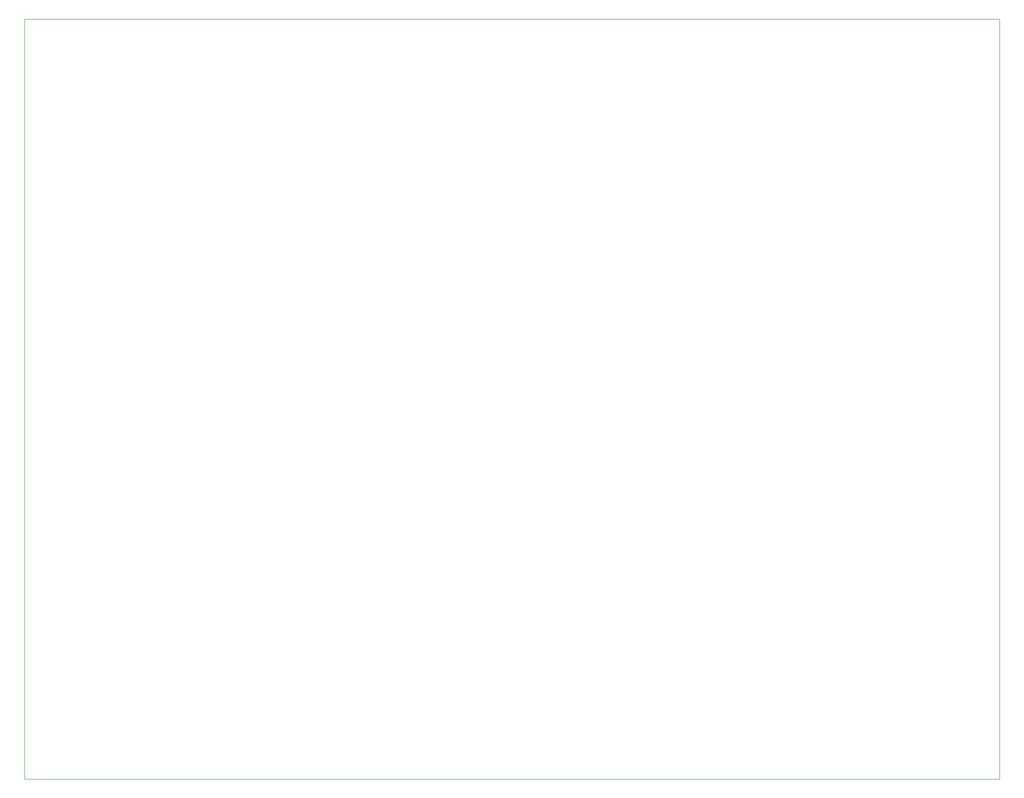
<source format=gbr>
%TF.GenerationSoftware,KiCad,Pcbnew,9.0.4*%
%TF.CreationDate,2025-12-18T16:12:58-05:00*%
%TF.ProjectId,ECET230 Smart Plant Monitor,45434554-3233-4302-9053-6d6172742050,rev?*%
%TF.SameCoordinates,Original*%
%TF.FileFunction,Profile,NP*%
%FSLAX46Y46*%
G04 Gerber Fmt 4.6, Leading zero omitted, Abs format (unit mm)*
G04 Created by KiCad (PCBNEW 9.0.4) date 2025-12-18 16:12:58*
%MOMM*%
%LPD*%
G01*
G04 APERTURE LIST*
%TA.AperFunction,Profile*%
%ADD10C,0.050000*%
%TD*%
G04 APERTURE END LIST*
D10*
X63250000Y-18162500D02*
X245250000Y-18162500D01*
X245250000Y-160162500D01*
X63250000Y-160162500D01*
X63250000Y-18162500D01*
M02*

</source>
